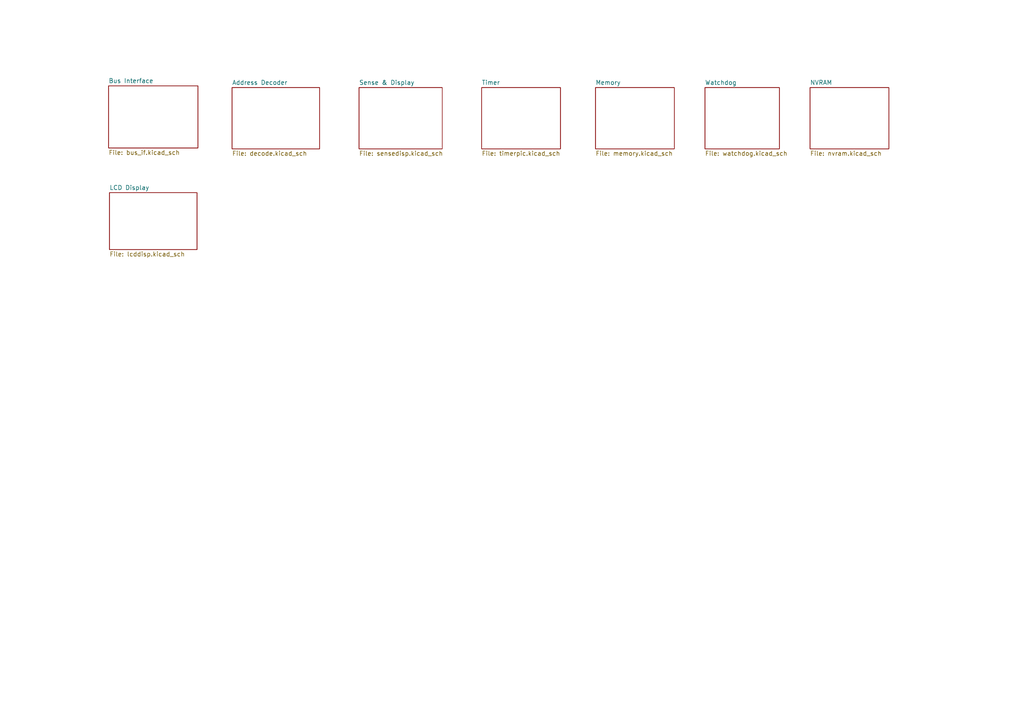
<source format=kicad_sch>
(kicad_sch
	(version 20231120)
	(generator "eeschema")
	(generator_version "8.0")
	(uuid "c0debc4e-c71d-4593-acf2-f11eca261d59")
	(paper "A4")
	(title_block
		(title "386SX Embedded Expansion Card")
		(date "2024-07-26")
		(rev "1.0-001")
		(company "Circuit Cellar/Computer Applications Journal")
		(comment 1 "Redraw by Richard Cini 07/2024")
		(comment 2 "Original by Ed Nisley")
	)
	(lib_symbols)
	(sheet
		(at 172.72 25.4)
		(size 22.86 17.78)
		(fields_autoplaced yes)
		(stroke
			(width 0.1524)
			(type solid)
		)
		(fill
			(color 0 0 0 0.0000)
		)
		(uuid "076fe2f2-42a0-443f-b0bc-47f7a5d9b18e")
		(property "Sheetname" "Memory"
			(at 172.72 24.6884 0)
			(effects
				(font
					(size 1.27 1.27)
				)
				(justify left bottom)
			)
		)
		(property "Sheetfile" "memory.kicad_sch"
			(at 172.72 43.7646 0)
			(effects
				(font
					(size 1.27 1.27)
				)
				(justify left top)
			)
		)
		(instances
			(project "386sxEmbedded"
				(path "/c0debc4e-c71d-4593-acf2-f11eca261d59"
					(page "6")
				)
			)
		)
	)
	(sheet
		(at 31.75 55.88)
		(size 25.4 16.51)
		(fields_autoplaced yes)
		(stroke
			(width 0.1524)
			(type solid)
		)
		(fill
			(color 0 0 0 0.0000)
		)
		(uuid "2d3b1586-3ac8-4c65-915b-fe78dd1af7fe")
		(property "Sheetname" "LCD Display"
			(at 31.75 55.1684 0)
			(effects
				(font
					(size 1.27 1.27)
				)
				(justify left bottom)
			)
		)
		(property "Sheetfile" "lcddisp.kicad_sch"
			(at 31.75 72.9746 0)
			(effects
				(font
					(size 1.27 1.27)
				)
				(justify left top)
			)
		)
		(instances
			(project "386sxEmbedded"
				(path "/c0debc4e-c71d-4593-acf2-f11eca261d59"
					(page "9")
				)
			)
		)
	)
	(sheet
		(at 67.31 25.4)
		(size 25.4 17.78)
		(fields_autoplaced yes)
		(stroke
			(width 0.1524)
			(type solid)
		)
		(fill
			(color 0 0 0 0.0000)
		)
		(uuid "5eb9a044-2f58-404b-9f0e-c01e859989a8")
		(property "Sheetname" "Address Decoder"
			(at 67.31 24.6884 0)
			(effects
				(font
					(size 1.27 1.27)
				)
				(justify left bottom)
			)
		)
		(property "Sheetfile" "decode.kicad_sch"
			(at 67.31 43.7646 0)
			(effects
				(font
					(size 1.27 1.27)
				)
				(justify left top)
			)
		)
		(instances
			(project "386sxEmbedded"
				(path "/c0debc4e-c71d-4593-acf2-f11eca261d59"
					(page "3")
				)
			)
		)
	)
	(sheet
		(at 204.47 25.4)
		(size 21.59 17.78)
		(fields_autoplaced yes)
		(stroke
			(width 0.1524)
			(type solid)
		)
		(fill
			(color 0 0 0 0.0000)
		)
		(uuid "8a0516d9-02be-4ccc-b98e-c2b37e36e747")
		(property "Sheetname" "Watchdog"
			(at 204.47 24.6884 0)
			(effects
				(font
					(size 1.27 1.27)
				)
				(justify left bottom)
			)
		)
		(property "Sheetfile" "watchdog.kicad_sch"
			(at 204.47 43.7646 0)
			(effects
				(font
					(size 1.27 1.27)
				)
				(justify left top)
			)
		)
		(instances
			(project "386sxEmbedded"
				(path "/c0debc4e-c71d-4593-acf2-f11eca261d59"
					(page "7")
				)
			)
		)
	)
	(sheet
		(at 104.14 25.4)
		(size 24.13 17.78)
		(fields_autoplaced yes)
		(stroke
			(width 0.1524)
			(type solid)
		)
		(fill
			(color 0 0 0 0.0000)
		)
		(uuid "8a959b12-d398-4988-a098-501421a6d795")
		(property "Sheetname" "Sense & Display"
			(at 104.14 24.6884 0)
			(effects
				(font
					(size 1.27 1.27)
				)
				(justify left bottom)
			)
		)
		(property "Sheetfile" "sensedisp.kicad_sch"
			(at 104.14 43.7646 0)
			(effects
				(font
					(size 1.27 1.27)
				)
				(justify left top)
			)
		)
		(instances
			(project "386sxEmbedded"
				(path "/c0debc4e-c71d-4593-acf2-f11eca261d59"
					(page "4")
				)
			)
		)
	)
	(sheet
		(at 234.95 25.4)
		(size 22.86 17.78)
		(fields_autoplaced yes)
		(stroke
			(width 0.1524)
			(type solid)
		)
		(fill
			(color 0 0 0 0.0000)
		)
		(uuid "8f660121-dd7b-4105-90a8-255fd8933c3c")
		(property "Sheetname" "NVRAM"
			(at 234.95 24.6884 0)
			(effects
				(font
					(size 1.27 1.27)
				)
				(justify left bottom)
			)
		)
		(property "Sheetfile" "nvram.kicad_sch"
			(at 234.95 43.7646 0)
			(effects
				(font
					(size 1.27 1.27)
				)
				(justify left top)
			)
		)
		(instances
			(project "386sxEmbedded"
				(path "/c0debc4e-c71d-4593-acf2-f11eca261d59"
					(page "8")
				)
			)
		)
	)
	(sheet
		(at 31.496 24.892)
		(size 25.908 18.034)
		(fields_autoplaced yes)
		(stroke
			(width 0.1524)
			(type solid)
		)
		(fill
			(color 0 0 0 0.0000)
		)
		(uuid "aac9764a-bd50-4a6e-8f6e-f9dd3f2b3a68")
		(property "Sheetname" "Bus Interface"
			(at 31.496 24.1804 0)
			(effects
				(font
					(size 1.27 1.27)
				)
				(justify left bottom)
			)
		)
		(property "Sheetfile" "bus_if.kicad_sch"
			(at 31.496 43.5106 0)
			(effects
				(font
					(size 1.27 1.27)
				)
				(justify left top)
			)
		)
		(instances
			(project "386sxEmbedded"
				(path "/c0debc4e-c71d-4593-acf2-f11eca261d59"
					(page "2")
				)
			)
		)
	)
	(sheet
		(at 139.7 25.4)
		(size 22.86 17.78)
		(fields_autoplaced yes)
		(stroke
			(width 0.1524)
			(type solid)
		)
		(fill
			(color 0 0 0 0.0000)
		)
		(uuid "bfd05aa4-5954-499d-b659-35537d4f6dd7")
		(property "Sheetname" "Timer"
			(at 139.7 24.6884 0)
			(effects
				(font
					(size 1.27 1.27)
				)
				(justify left bottom)
			)
		)
		(property "Sheetfile" "timerpic.kicad_sch"
			(at 139.7 43.7646 0)
			(effects
				(font
					(size 1.27 1.27)
				)
				(justify left top)
			)
		)
		(instances
			(project "386sxEmbedded"
				(path "/c0debc4e-c71d-4593-acf2-f11eca261d59"
					(page "5")
				)
			)
		)
	)
	(sheet_instances
		(path "/"
			(page "1")
		)
	)
)

</source>
